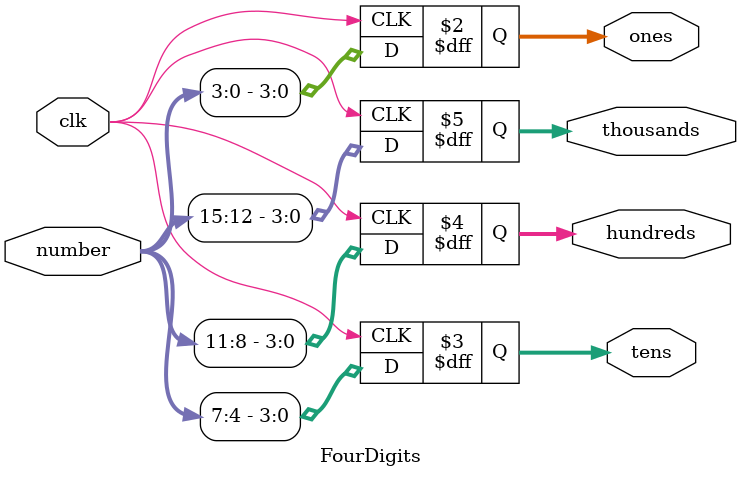
<source format=sv>
`timescale 1ns / 1ps
module FourDigits(
    input logic clk,
    input logic [15:0] number,
    output logic [3:0] ones,
    output logic [3:0] tens,
    output logic [3:0] hundreds,
    output logic [3:0] thousands
);

//Get the digits
always @(posedge clk) begin
    ones <= number[3:0];
    tens <= number[7:4];
    hundreds <=  number[11:8];
    thousands <= number[15:12];
end    
endmodule
/*

    always @(posedge clk)
        if(reset)
            ones <= 0;
        else
            if(ones == 9)
                ones <= 0;
            else
                ones <= ones + 1;
         
    // tens reg control       
    always @(posedge clk)
        if(reset)
            tens <= 0;
        else
            if(ones == 9)
                if(tens == 9)
                    tens <= 0;
                else
                    tens <= tens + 1;
      
    // hundreds reg control              
    always @(posedge clk)
        if(reset)
            hundreds <= 0;
        else
            if(tens == 9 && ones == 9)
                if(hundreds == 9)
                    hundreds <= 0;
                else
                    hundreds <= hundreds + 1;
     
    // thousands reg control                
    always @(posedge clk)
        if(reset)
            thousands <= 0;
        else
            if(hundreds == 9 && tens == 9 && ones == 9)
                if(thousands == 9)
                    thousands <= 0;
                else
                    thousands <= thousands + 1;
*/
</source>
